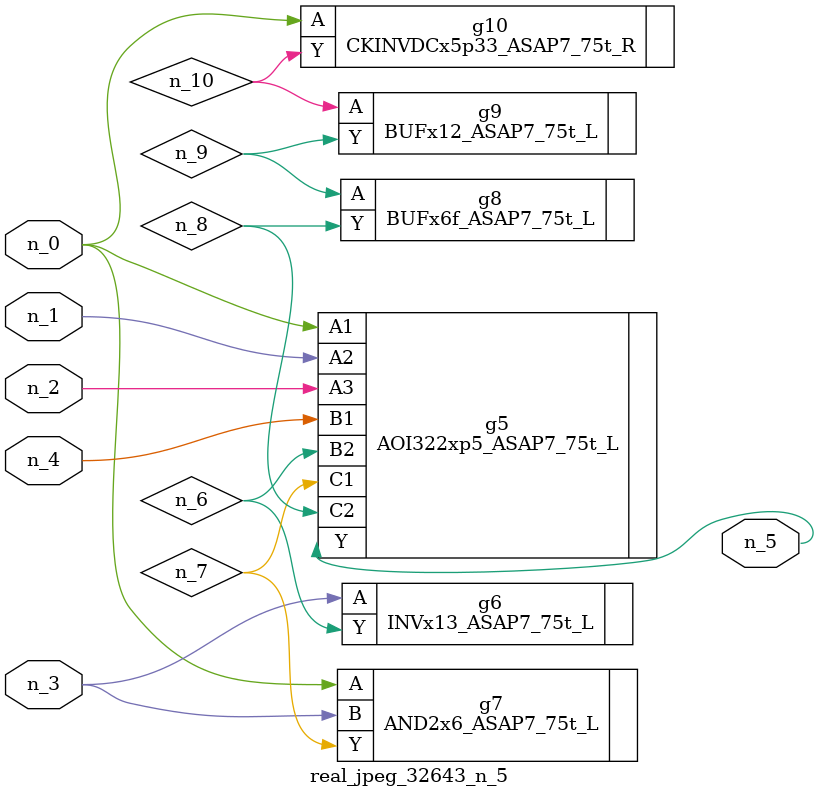
<source format=v>
module real_jpeg_32643_n_5 (n_4, n_0, n_1, n_2, n_3, n_5);

input n_4;
input n_0;
input n_1;
input n_2;
input n_3;

output n_5;

wire n_8;
wire n_6;
wire n_7;
wire n_10;
wire n_9;

AOI322xp5_ASAP7_75t_L g5 ( 
.A1(n_0),
.A2(n_1),
.A3(n_2),
.B1(n_4),
.B2(n_6),
.C1(n_7),
.C2(n_8),
.Y(n_5)
);

AND2x6_ASAP7_75t_L g7 ( 
.A(n_0),
.B(n_3),
.Y(n_7)
);

CKINVDCx5p33_ASAP7_75t_R g10 ( 
.A(n_0),
.Y(n_10)
);

INVx13_ASAP7_75t_L g6 ( 
.A(n_3),
.Y(n_6)
);

BUFx6f_ASAP7_75t_L g8 ( 
.A(n_9),
.Y(n_8)
);

BUFx12_ASAP7_75t_L g9 ( 
.A(n_10),
.Y(n_9)
);


endmodule
</source>
